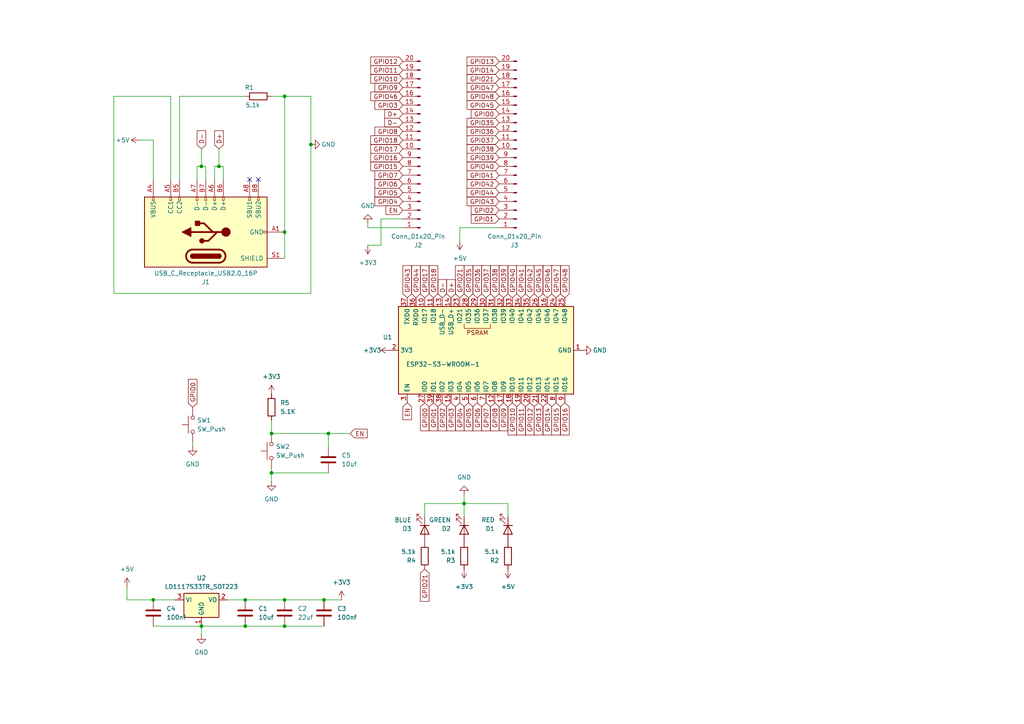
<source format=kicad_sch>
(kicad_sch (version 20250114) (generator "eeschema") (generator_version "9.0")
  (paper "A4")
  (lib_symbols
    (symbol "Connector:Conn_01x20_Pin" (pin_names (offset 1.016) (hide yes))
      (property "Reference" "J" (at 0 25.4 0))
      (property "Value" "Conn_01x20_Pin" (at 0 -27.94 0))
      (symbol "Conn_01x20_Pin_1_1"
        (rectangle (start 0.8636 22.987) (end 0 22.733) (stroke (width 0.1524)) (fill (type outline)))
        (rectangle (start 0.8636 20.447) (end 0 20.193) (stroke (width 0.1524)) (fill (type outline)))
        (rectangle (start 0.8636 17.907) (end 0 17.653) (stroke (width 0.1524)) (fill (type outline)))
        (rectangle (start 0.8636 15.367) (end 0 15.113) (stroke (width 0.1524)) (fill (type outline)))
        (rectangle (start 0.8636 12.827) (end 0 12.573) (stroke (width 0.1524)) (fill (type outline)))
        (rectangle (start 0.8636 10.287) (end 0 10.033) (stroke (width 0.1524)) (fill (type outline)))
        (rectangle (start 0.8636 7.747) (end 0 7.493) (stroke (width 0.1524)) (fill (type outline)))
        (rectangle (start 0.8636 5.207) (end 0 4.953) (stroke (width 0.1524)) (fill (type outline)))
        (rectangle (start 0.8636 2.667) (end 0 2.413) (stroke (width 0.1524)) (fill (type outline)))
        (rectangle (start 0.8636 0.127) (end 0 -0.127) (stroke (width 0.1524)) (fill (type outline)))
        (rectangle (start 0.8636 -2.413) (end 0 -2.667) (stroke (width 0.1524)) (fill (type outline)))
        (rectangle (start 0.8636 -4.953) (end 0 -5.207) (stroke (width 0.1524)) (fill (type outline)))
        (rectangle (start 0.8636 -7.493) (end 0 -7.747) (stroke (width 0.1524)) (fill (type outline)))
        (rectangle (start 0.8636 -10.033) (end 0 -10.287) (stroke (width 0.1524)) (fill (type outline)))
        (rectangle (start 0.8636 -12.573) (end 0 -12.827) (stroke (width 0.1524)) (fill (type outline)))
        (rectangle (start 0.8636 -15.113) (end 0 -15.367) (stroke (width 0.1524)) (fill (type outline)))
        (rectangle (start 0.8636 -17.653) (end 0 -17.907) (stroke (width 0.1524)) (fill (type outline)))
        (rectangle (start 0.8636 -20.193) (end 0 -20.447) (stroke (width 0.1524)) (fill (type outline)))
        (rectangle (start 0.8636 -22.733) (end 0 -22.987) (stroke (width 0.1524)) (fill (type outline)))
        (rectangle (start 0.8636 -25.273) (end 0 -25.527) (stroke (width 0.1524)) (fill (type outline)))
        (polyline (pts (xy 1.27 22.86) (xy 0.8636 22.86)) (stroke (width 0.1524)))
        (polyline (pts (xy 1.27 20.32) (xy 0.8636 20.32)) (stroke (width 0.1524)))
        (polyline (pts (xy 1.27 17.78) (xy 0.8636 17.78)) (stroke (width 0.1524)))
        (polyline (pts (xy 1.27 15.24) (xy 0.8636 15.24)) (stroke (width 0.1524)))
        (polyline (pts (xy 1.27 12.7) (xy 0.8636 12.7)) (stroke (width 0.1524)))
        (polyline (pts (xy 1.27 10.16) (xy 0.8636 10.16)) (stroke (width 0.1524)))
        (polyline (pts (xy 1.27 7.62) (xy 0.8636 7.62)) (stroke (width 0.1524)))
        (polyline (pts (xy 1.27 5.08) (xy 0.8636 5.08)) (stroke (width 0.1524)))
        (polyline (pts (xy 1.27 2.54) (xy 0.8636 2.54)) (stroke (width 0.1524)))
        (polyline (pts (xy 1.27 0) (xy 0.8636 0)) (stroke (width 0.1524)))
        (polyline (pts (xy 1.27 -2.54) (xy 0.8636 -2.54)) (stroke (width 0.1524)))
        (polyline (pts (xy 1.27 -5.08) (xy 0.8636 -5.08)) (stroke (width 0.1524)))
        (polyline (pts (xy 1.27 -7.62) (xy 0.8636 -7.62)) (stroke (width 0.1524)))
        (polyline (pts (xy 1.27 -10.16) (xy 0.8636 -10.16)) (stroke (width 0.1524)))
        (polyline (pts (xy 1.27 -12.7) (xy 0.8636 -12.7)) (stroke (width 0.1524)))
        (polyline (pts (xy 1.27 -15.24) (xy 0.8636 -15.24)) (stroke (width 0.1524)))
        (polyline (pts (xy 1.27 -17.78) (xy 0.8636 -17.78)) (stroke (width 0.1524)))
        (polyline (pts (xy 1.27 -20.32) (xy 0.8636 -20.32)) (stroke (width 0.1524)))
        (polyline (pts (xy 1.27 -22.86) (xy 0.8636 -22.86)) (stroke (width 0.1524)))
        (polyline (pts (xy 1.27 -25.4) (xy 0.8636 -25.4)) (stroke (width 0.1524)))
        (pin passive line (at 5.08 22.86 180) (length 3.81) (name "Pin_1") (number "1"))
        (pin passive line (at 5.08 20.32 180) (length 3.81) (name "Pin_2") (number "2"))
        (pin passive line (at 5.08 17.78 180) (length 3.81) (name "Pin_3") (number "3"))
        (pin passive line (at 5.08 15.24 180) (length 3.81) (name "Pin_4") (number "4"))
        (pin passive line (at 5.08 12.7 180) (length 3.81) (name "Pin_5") (number "5"))
        (pin passive line (at 5.08 10.16 180) (length 3.81) (name "Pin_6") (number "6"))
        (pin passive line (at 5.08 7.62 180) (length 3.81) (name "Pin_7") (number "7"))
        (pin passive line (at 5.08 5.08 180) (length 3.81) (name "Pin_8") (number "8"))
        (pin passive line (at 5.08 2.54 180) (length 3.81) (name "Pin_9") (number "9"))
        (pin passive line (at 5.08 0 180) (length 3.81) (name "Pin_10") (number "10"))
        (pin passive line (at 5.08 -2.54 180) (length 3.81) (name "Pin_11") (number "11"))
        (pin passive line (at 5.08 -5.08 180) (length 3.81) (name "Pin_12") (number "12"))
        (pin passive line (at 5.08 -7.62 180) (length 3.81) (name "Pin_13") (number "13"))
        (pin passive line (at 5.08 -10.16 180) (length 3.81) (name "Pin_14") (number "14"))
        (pin passive line (at 5.08 -12.7 180) (length 3.81) (name "Pin_15") (number "15"))
        (pin passive line (at 5.08 -15.24 180) (length 3.81) (name "Pin_16") (number "16"))
        (pin passive line (at 5.08 -17.78 180) (length 3.81) (name "Pin_17") (number "17"))
        (pin passive line (at 5.08 -20.32 180) (length 3.81) (name "Pin_18") (number "18"))
        (pin passive line (at 5.08 -22.86 180) (length 3.81) (name "Pin_19") (number "19"))
        (pin passive line (at 5.08 -25.4 180) (length 3.81) (name "Pin_20") (number "20"))
      )
    )
    (symbol "Connector:USB_C_Receptacle_USB2.0_16P" (pin_names (offset 1.016))
      (property "Reference" "J" (at 0 22.225 0))
      (property "Value" "USB_C_Receptacle_USB2.0_16P" (at 0 19.685 0))
      (symbol "USB_C_Receptacle_USB2.0_16P_0_0"
        (rectangle (start -0.254 -17.78) (end 0.254 -16.764))
        (rectangle (start 10.16 15.494) (end 9.144 14.986))
        (rectangle (start 10.16 10.414) (end 9.144 9.906))
        (rectangle (start 10.16 7.874) (end 9.144 7.366))
        (rectangle (start 10.16 2.794) (end 9.144 2.286))
        (rectangle (start 10.16 0.254) (end 9.144 -0.254))
        (rectangle (start 10.16 -2.286) (end 9.144 -2.794))
        (rectangle (start 10.16 -4.826) (end 9.144 -5.334))
        (rectangle (start 10.16 -12.446) (end 9.144 -12.954))
        (rectangle (start 10.16 -14.986) (end 9.144 -15.494))
      )
      (symbol "USB_C_Receptacle_USB2.0_16P_0_1"
        (rectangle (start -10.16 17.78) (end 10.16 -17.78) (stroke (width 0.254)) (fill (type background)))
        (polyline (pts (xy -8.89 -3.81) (xy -8.89 3.81)) (stroke (width 0.508)))
        (rectangle (start -7.62 -3.81) (end -6.35 3.81) (stroke (width 0.254)) (fill (type outline)))
        (arc (start -7.62 3.81) (mid -6.985 4.4423) (end -6.35 3.81) (stroke (width 0.254)))
        (arc (start -7.62 3.81) (mid -6.985 4.4423) (end -6.35 3.81) (stroke (width 0.254)) (fill (type outline)))
        (arc (start -8.89 3.81) (mid -6.985 5.7067) (end -5.08 3.81) (stroke (width 0.508)))
        (arc (start -5.08 -3.81) (mid -6.985 -5.7067) (end -8.89 -3.81) (stroke (width 0.508)))
        (arc (start -6.35 -3.81) (mid -6.985 -4.4423) (end -7.62 -3.81) (stroke (width 0.254)))
        (arc (start -6.35 -3.81) (mid -6.985 -4.4423) (end -7.62 -3.81) (stroke (width 0.254)) (fill (type outline)))
        (polyline (pts (xy -5.08 3.81) (xy -5.08 -3.81)) (stroke (width 0.508)))
        (circle (center -2.54 1.143) (radius 0.635) (stroke (width 0.254)) (fill (type outline)))
        (polyline (pts (xy -1.27 4.318) (xy 0 6.858) (xy 1.27 4.318) (xy -1.27 4.318)) (stroke (width 0.254)) (fill (type outline)))
        (polyline (pts (xy 0 -2.032) (xy 2.54 0.508) (xy 2.54 1.778)) (stroke (width 0.508)))
        (polyline (pts (xy 0 -3.302) (xy -2.54 -0.762) (xy -2.54 0.508)) (stroke (width 0.508)))
        (polyline (pts (xy 0 -5.842) (xy 0 4.318)) (stroke (width 0.508)))
        (circle (center 0 -5.842) (radius 1.27) (fill (type outline)))
        (rectangle (start 1.905 1.778) (end 3.175 3.048) (stroke (width 0.254)) (fill (type outline)))
      )
      (symbol "USB_C_Receptacle_USB2.0_16P_1_1"
        (pin passive line (at -7.62 -22.86 90) (length 5.08) (name "SHIELD") (number "S1"))
        (pin passive line (at 0 -22.86 90) (length 5.08) (name "GND") (number "A1"))
        (pin passive line (at 0 -22.86 90) (length 5.08) (hide yes) (name "GND") (number "A12"))
        (pin passive line (at 0 -22.86 90) (length 5.08) (hide yes) (name "GND") (number "B1"))
        (pin passive line (at 0 -22.86 90) (length 5.08) (hide yes) (name "GND") (number "B12"))
        (pin passive line (at 15.24 15.24 180) (length 5.08) (name "VBUS") (number "A4"))
        (pin passive line (at 15.24 15.24 180) (length 5.08) (hide yes) (name "VBUS") (number "A9"))
        (pin passive line (at 15.24 15.24 180) (length 5.08) (hide yes) (name "VBUS") (number "B4"))
        (pin passive line (at 15.24 15.24 180) (length 5.08) (hide yes) (name "VBUS") (number "B9"))
        (pin bidirectional line (at 15.24 10.16 180) (length 5.08) (name "CC1") (number "A5"))
        (pin bidirectional line (at 15.24 7.62 180) (length 5.08) (name "CC2") (number "B5"))
        (pin bidirectional line (at 15.24 2.54 180) (length 5.08) (name "D-") (number "A7"))
        (pin bidirectional line (at 15.24 0 180) (length 5.08) (name "D-") (number "B7"))
        (pin bidirectional line (at 15.24 -2.54 180) (length 5.08) (name "D+") (number "A6"))
        (pin bidirectional line (at 15.24 -5.08 180) (length 5.08) (name "D+") (number "B6"))
        (pin bidirectional line (at 15.24 -12.7 180) (length 5.08) (name "SBU1") (number "A8"))
        (pin bidirectional line (at 15.24 -15.24 180) (length 5.08) (name "SBU2") (number "B8"))
      )
    )
    (symbol "Device:C" (pin_numbers (hide yes)) (pin_names (offset 0.254))
      (property "Reference" "C" (at 0.635 2.54 0))
      (property "Value" "C" (at 0.635 -2.54 0))
      (symbol "C_0_1"
        (polyline (pts (xy -2.032 0.762) (xy 2.032 0.762)) (stroke (width 0.508)))
        (polyline (pts (xy -2.032 -0.762) (xy 2.032 -0.762)) (stroke (width 0.508)))
      )
      (symbol "C_1_1"
        (pin passive line (at 0 3.81 270) (length 2.794) (name "~") (number "1"))
        (pin passive line (at 0 -3.81 90) (length 2.794) (name "~") (number "2"))
      )
    )
    (symbol "Device:LED" (pin_numbers (hide yes)) (pin_names (offset 1.016) (hide yes))
      (property "Reference" "D" (at 0 2.54 0))
      (property "Value" "LED" (at 0 -2.54 0))
      (symbol "LED_0_1"
        (polyline (pts (xy -3.048 -0.762) (xy -4.572 -2.286) (xy -3.81 -2.286) (xy -4.572 -2.286) (xy -4.572 -1.524)))
        (polyline (pts (xy -1.778 -0.762) (xy -3.302 -2.286) (xy -2.54 -2.286) (xy -3.302 -2.286) (xy -3.302 -1.524)))
        (polyline (pts (xy -1.27 0) (xy 1.27 0)))
        (polyline (pts (xy -1.27 -1.27) (xy -1.27 1.27)) (stroke (width 0.254)))
        (polyline (pts (xy 1.27 -1.27) (xy 1.27 1.27) (xy -1.27 0) (xy 1.27 -1.27)) (stroke (width 0.254)))
      )
      (symbol "LED_1_1"
        (pin passive line (at -3.81 0 0) (length 2.54) (name "K") (number "1"))
        (pin passive line (at 3.81 0 180) (length 2.54) (name "A") (number "2"))
      )
    )
    (symbol "Device:R" (pin_numbers (hide yes)) (pin_names (offset 0))
      (property "Reference" "R" (at 2.032 0 90))
      (property "Value" "R" (at 0 0 90))
      (symbol "R_0_1"
        (rectangle (start -1.016 -2.54) (end 1.016 2.54) (stroke (width 0.254)))
      )
      (symbol "R_1_1"
        (pin passive line (at 0 3.81 270) (length 1.27) (name "~") (number "1"))
        (pin passive line (at 0 -3.81 90) (length 1.27) (name "~") (number "2"))
      )
    )
    (symbol "RF_Module:ESP32-S3-WROOM-1"
      (property "Reference" "U" (at -12.7 26.67 0))
      (property "Value" "ESP32-S3-WROOM-1" (at 12.7 26.67 0))
      (symbol "ESP32-S3-WROOM-1_0_0"
        (rectangle (start -12.7 25.4) (end 12.7 -25.4) (stroke (width 0.254)) (fill (type background)))
        (text "PSRAM" (at 5.08 2.54 900) (effects (font (size 1.27 1.27))))
      )
      (symbol "ESP32-S3-WROOM-1_0_1"
        (polyline (pts (xy 7.62 -1.27) (xy 6.35 -1.27) (xy 6.35 6.35) (xy 7.62 6.35)))
      )
      (symbol "ESP32-S3-WROOM-1_1_1"
        (pin input line (at -15.24 22.86 0) (length 2.54) (name "EN") (number "3"))
        (pin bidirectional line (at -15.24 17.78 0) (length 2.54) (name "IO0") (number "27"))
        (pin bidirectional line (at -15.24 15.24 0) (length 2.54) (name "IO1") (number "39"))
        (pin bidirectional line (at -15.24 12.7 0) (length 2.54) (name "IO2") (number "38"))
        (pin bidirectional line (at -15.24 10.16 0) (length 2.54) (name "IO3") (number "15"))
        (pin bidirectional line (at -15.24 7.62 0) (length 2.54) (name "IO4") (number "4"))
        (pin bidirectional line (at -15.24 5.08 0) (length 2.54) (name "IO5") (number "5"))
        (pin bidirectional line (at -15.24 2.54 0) (length 2.54) (name "IO6") (number "6"))
        (pin bidirectional line (at -15.24 0 0) (length 2.54) (name "IO7") (number "7"))
        (pin bidirectional line (at -15.24 -2.54 0) (length 2.54) (name "IO8") (number "12"))
        (pin bidirectional line (at -15.24 -5.08 0) (length 2.54) (name "IO9") (number "17"))
        (pin bidirectional line (at -15.24 -7.62 0) (length 2.54) (name "IO10") (number "18"))
        (pin bidirectional line (at -15.24 -10.16 0) (length 2.54) (name "IO11") (number "19"))
        (pin bidirectional line (at -15.24 -12.7 0) (length 2.54) (name "IO12") (number "20"))
        (pin bidirectional line (at -15.24 -15.24 0) (length 2.54) (name "IO13") (number "21"))
        (pin bidirectional line (at -15.24 -17.78 0) (length 2.54) (name "IO14") (number "22"))
        (pin bidirectional line (at -15.24 -20.32 0) (length 2.54) (name "IO15") (number "8"))
        (pin bidirectional line (at -15.24 -22.86 0) (length 2.54) (name "IO16") (number "9"))
        (pin power_in line (at 0 27.94 270) (length 2.54) (name "3V3") (number "2"))
        (pin power_in line (at 0 -27.94 90) (length 2.54) (name "GND") (number "1"))
        (pin passive line (at 0 -27.94 90) (length 2.54) (hide yes) (name "GND") (number "40"))
        (pin passive line (at 0 -27.94 90) (length 2.54) (hide yes) (name "GND") (number "41"))
        (pin bidirectional line (at 15.24 22.86 180) (length 2.54) (name "TXD0") (number "37"))
        (pin bidirectional line (at 15.24 20.32 180) (length 2.54) (name "RXD0") (number "36"))
        (pin bidirectional line (at 15.24 17.78 180) (length 2.54) (name "IO17") (number "10"))
        (pin bidirectional line (at 15.24 15.24 180) (length 2.54) (name "IO18") (number "11"))
        (pin bidirectional line (at 15.24 12.7 180) (length 2.54) (name "USB_D-") (number "13"))
        (pin bidirectional line (at 15.24 10.16 180) (length 2.54) (name "USB_D+") (number "14"))
        (pin bidirectional line (at 15.24 7.62 180) (length 2.54) (name "IO21") (number "23"))
        (pin bidirectional line (at 15.24 5.08 180) (length 2.54) (name "IO35") (number "28"))
        (pin bidirectional line (at 15.24 2.54 180) (length 2.54) (name "IO36") (number "29"))
        (pin bidirectional line (at 15.24 0 180) (length 2.54) (name "IO37") (number "30"))
        (pin bidirectional line (at 15.24 -2.54 180) (length 2.54) (name "IO38") (number "31"))
        (pin bidirectional line (at 15.24 -5.08 180) (length 2.54) (name "IO39") (number "32"))
        (pin bidirectional line (at 15.24 -7.62 180) (length 2.54) (name "IO40") (number "33"))
        (pin bidirectional line (at 15.24 -10.16 180) (length 2.54) (name "IO41") (number "34"))
        (pin bidirectional line (at 15.24 -12.7 180) (length 2.54) (name "IO42") (number "35"))
        (pin bidirectional line (at 15.24 -15.24 180) (length 2.54) (name "IO45") (number "26"))
        (pin bidirectional line (at 15.24 -17.78 180) (length 2.54) (name "IO46") (number "16"))
        (pin bidirectional line (at 15.24 -20.32 180) (length 2.54) (name "IO47") (number "24"))
        (pin bidirectional line (at 15.24 -22.86 180) (length 2.54) (name "IO48") (number "25"))
      )
    )
    (symbol "Regulator_Linear:LD1117S33TR_SOT223"
      (property "Reference" "U" (at -3.81 3.175 0))
      (property "Value" "LD1117S33TR_SOT223" (at 0 3.175 0))
      (symbol "LD1117S33TR_SOT223_0_1"
        (rectangle (start -5.08 -5.08) (end 5.08 1.905) (stroke (width 0.254)) (fill (type background)))
      )
      (symbol "LD1117S33TR_SOT223_1_1"
        (pin power_in line (at -7.62 0 0) (length 2.54) (name "VI") (number "3"))
        (pin power_in line (at 0 -7.62 90) (length 2.54) (name "GND") (number "1"))
        (pin power_out line (at 7.62 0 180) (length 2.54) (name "VO") (number "2"))
      )
    )
    (symbol "Switch:SW_Push" (pin_numbers (hide yes)) (pin_names (offset 1.016) (hide yes))
      (property "Reference" "SW" (at 1.27 2.54 0))
      (property "Value" "SW_Push" (at 0 -1.524 0))
      (symbol "SW_Push_0_1"
        (circle (center -2.032 0) (radius 0.508))
        (polyline (pts (xy 0 1.27) (xy 0 3.048)))
        (circle (center 2.032 0) (radius 0.508))
        (polyline (pts (xy 2.54 1.27) (xy -2.54 1.27)))
        (pin passive line (at -5.08 0 0) (length 2.54) (name "1") (number "1"))
        (pin passive line (at 5.08 0 180) (length 2.54) (name "2") (number "2"))
      )
    )
    (symbol "power:+3V3" (power) (pin_numbers (hide yes)) (pin_names (offset 0) (hide yes))
      (property "Value" "+3V3" (at 0 3.556 0))
      (symbol "+3V3_0_1"
        (polyline (pts (xy -0.762 1.27) (xy 0 2.54)))
        (polyline (pts (xy 0 2.54) (xy 0.762 1.27)))
        (polyline (pts (xy 0 0) (xy 0 2.54)))
      )
      (symbol "+3V3_1_1"
        (pin power_in line (at 0 0 90) (length 0) (name "~") (number "1"))
      )
    )
    (symbol "power:+5V" (power) (pin_numbers (hide yes)) (pin_names (offset 0) (hide yes))
      (property "Value" "+5V" (at 0 3.556 0))
      (symbol "+5V_0_1"
        (polyline (pts (xy -0.762 1.27) (xy 0 2.54)))
        (polyline (pts (xy 0 2.54) (xy 0.762 1.27)))
        (polyline (pts (xy 0 0) (xy 0 2.54)))
      )
      (symbol "+5V_1_1"
        (pin power_in line (at 0 0 90) (length 0) (name "~") (number "1"))
      )
    )
    (symbol "power:GND" (power) (pin_numbers (hide yes)) (pin_names (offset 0) (hide yes))
      (property "Value" "GND" (at 0 -3.81 0))
      (symbol "GND_0_1"
        (polyline (pts (xy 0 0) (xy 0 -1.27) (xy 1.27 -1.27) (xy 0 -2.54) (xy -1.27 -1.27) (xy 0 -1.27)))
      )
      (symbol "GND_1_1"
        (pin power_in line (at 0 0 270) (length 0) (name "~") (number "1"))
      )
    )
  )
  (junction (at 78.74 125.73))
  (junction (at 82.55 27.94))
  (junction (at 95.25 125.73))
  (junction (at 63.5 48.26))
  (junction (at 71.12 181.61))
  (junction (at 71.12 173.99))
  (junction (at 82.55 67.31))
  (junction (at 134.62 146.05))
  (junction (at 78.74 137.16))
  (junction (at 82.55 173.99))
  (junction (at 82.55 181.61))
  (junction (at 90.17 41.91))
  (junction (at 58.42 48.26))
  (junction (at 44.45 173.99))
  (junction (at 58.42 181.61))
  (junction (at 93.98 173.99))
  (no_connect (at 74.93 52.07))
  (no_connect (at 72.39 52.07))
  (wire (pts (xy 58.42 48.26) (xy 58.42 43.18)))
  (wire (pts (xy 90.17 85.09) (xy 90.17 41.91)))
  (wire (pts (xy 55.88 129.54) (xy 55.88 128.27)))
  (wire (pts (xy 95.25 125.73) (xy 95.25 129.54)))
  (wire (pts (xy 82.55 27.94) (xy 90.17 27.94)))
  (wire (pts (xy 78.74 135.89) (xy 78.74 137.16)))
  (wire (pts (xy 33.02 85.09) (xy 90.17 85.09)))
  (wire (pts (xy 82.55 27.94) (xy 78.74 27.94)))
  (wire (pts (xy 49.53 52.07) (xy 49.53 27.94)))
  (wire (pts (xy 134.62 146.05) (xy 134.62 143.51)))
  (wire (pts (xy 58.42 48.26) (xy 59.69 48.26)))
  (wire (pts (xy 63.5 43.18) (xy 63.5 48.26)))
  (wire (pts (xy 93.98 173.99) (xy 99.06 173.99)))
  (wire (pts (xy 95.25 125.73) (xy 101.6 125.73)))
  (wire (pts (xy 58.42 181.61) (xy 58.42 184.15)))
  (wire (pts (xy 58.42 181.61) (xy 71.12 181.61)))
  (wire (pts (xy 110.49 63.5) (xy 116.84 63.5)))
  (wire (pts (xy 78.74 125.73) (xy 95.25 125.73)))
  (wire (pts (xy 82.55 67.31) (xy 82.55 27.94)))
  (wire (pts (xy 71.12 181.61) (xy 82.55 181.61)))
  (wire (pts (xy 44.45 181.61) (xy 58.42 181.61)))
  (wire (pts (xy 82.55 74.93) (xy 82.55 67.31)))
  (wire (pts (xy 110.49 71.12) (xy 110.49 63.5)))
  (wire (pts (xy 50.8 173.99) (xy 44.45 173.99)))
  (wire (pts (xy 82.55 181.61) (xy 93.98 181.61)))
  (wire (pts (xy 52.07 52.07) (xy 52.07 27.94)))
  (wire (pts (xy 78.74 137.16) (xy 95.25 137.16)))
  (wire (pts (xy 134.62 149.86) (xy 134.62 146.05)))
  (wire (pts (xy 62.23 48.26) (xy 63.5 48.26)))
  (wire (pts (xy 44.45 173.99) (xy 36.83 173.99)))
  (wire (pts (xy 82.55 173.99) (xy 93.98 173.99)))
  (wire (pts (xy 123.19 146.05) (xy 123.19 149.86)))
  (wire (pts (xy 57.15 48.26) (xy 58.42 48.26)))
  (wire (pts (xy 40.64 40.64) (xy 44.45 40.64)))
  (wire (pts (xy 147.32 146.05) (xy 134.62 146.05)))
  (wire (pts (xy 78.74 137.16) (xy 78.74 139.7)))
  (wire (pts (xy 36.83 170.18) (xy 36.83 173.99)))
  (wire (pts (xy 44.45 52.07) (xy 44.45 40.64)))
  (wire (pts (xy 63.5 48.26) (xy 64.77 48.26)))
  (wire (pts (xy 57.15 52.07) (xy 57.15 48.26)))
  (wire (pts (xy 116.84 66.04) (xy 106.68 66.04)))
  (wire (pts (xy 144.78 66.04) (xy 133.35 66.04)))
  (wire (pts (xy 64.77 48.26) (xy 64.77 52.07)))
  (wire (pts (xy 71.12 173.99) (xy 82.55 173.99)))
  (wire (pts (xy 59.69 52.07) (xy 59.69 48.26)))
  (wire (pts (xy 49.53 27.94) (xy 33.02 27.94)))
  (wire (pts (xy 78.74 121.92) (xy 78.74 125.73)))
  (wire (pts (xy 90.17 27.94) (xy 90.17 41.91)))
  (wire (pts (xy 134.62 146.05) (xy 123.19 146.05)))
  (wire (pts (xy 66.04 173.99) (xy 71.12 173.99)))
  (wire (pts (xy 106.68 71.12) (xy 110.49 71.12)))
  (wire (pts (xy 133.35 66.04) (xy 133.35 69.85)))
  (wire (pts (xy 147.32 149.86) (xy 147.32 146.05)))
  (wire (pts (xy 62.23 52.07) (xy 62.23 48.26)))
  (wire (pts (xy 106.68 66.04) (xy 106.68 64.77)))
  (wire (pts (xy 33.02 27.94) (xy 33.02 85.09)))
  (wire (pts (xy 52.07 27.94) (xy 71.12 27.94)))
  (global_label "D-" (shape input) (at 58.42 43.18 90) (property "Intersheetrefs" "${INTERSHEET_REFS}" (effects (hide yes))))
  (global_label "GPIO13" (shape input) (at 144.78 17.78 180) (property "Intersheetrefs" "${INTERSHEET_REFS}" (effects (hide yes))))
  (global_label "GPIO16" (shape input) (at 116.84 45.72 180) (property "Intersheetrefs" "${INTERSHEET_REFS}" (effects (hide yes))))
  (global_label "GPIO44" (shape input) (at 120.65 86.36 90) (property "Intersheetrefs" "${INTERSHEET_REFS}" (effects (hide yes))))
  (global_label "GPIO44" (shape input) (at 144.78 55.88 180) (property "Intersheetrefs" "${INTERSHEET_REFS}" (effects (hide yes))))
  (global_label "GPIO3" (shape input) (at 116.84 30.48 180) (property "Intersheetrefs" "${INTERSHEET_REFS}" (effects (hide yes))))
  (global_label "GPIO35" (shape input) (at 135.89 86.36 90) (property "Intersheetrefs" "${INTERSHEET_REFS}" (effects (hide yes))))
  (global_label "GPIO43" (shape input) (at 144.78 58.42 180) (property "Intersheetrefs" "${INTERSHEET_REFS}" (effects (hide yes))))
  (global_label "GPIO41" (shape input) (at 151.13 86.36 90) (property "Intersheetrefs" "${INTERSHEET_REFS}" (effects (hide yes))))
  (global_label "GPIO2" (shape input) (at 128.27 116.84 270) (property "Intersheetrefs" "${INTERSHEET_REFS}" (effects (hide yes))))
  (global_label "GPIO6" (shape input) (at 116.84 53.34 180) (property "Intersheetrefs" "${INTERSHEET_REFS}" (effects (hide yes))))
  (global_label "GPIO14" (shape input) (at 144.78 20.32 180) (property "Intersheetrefs" "${INTERSHEET_REFS}" (effects (hide yes))))
  (global_label "GPIO11" (shape input) (at 151.13 116.84 270) (property "Intersheetrefs" "${INTERSHEET_REFS}" (effects (hide yes))))
  (global_label "GPIO35" (shape input) (at 144.78 35.56 180) (property "Intersheetrefs" "${INTERSHEET_REFS}" (effects (hide yes))))
  (global_label "GPIO38" (shape input) (at 144.78 43.18 180) (property "Intersheetrefs" "${INTERSHEET_REFS}" (effects (hide yes))))
  (global_label "GPIO41" (shape input) (at 144.78 50.8 180) (property "Intersheetrefs" "${INTERSHEET_REFS}" (effects (hide yes))))
  (global_label "GPIO39" (shape input) (at 144.78 45.72 180) (property "Intersheetrefs" "${INTERSHEET_REFS}" (effects (hide yes))))
  (global_label "GPIO12" (shape input) (at 153.67 116.84 270) (property "Intersheetrefs" "${INTERSHEET_REFS}" (effects (hide yes))))
  (global_label "GPIO12" (shape input) (at 116.84 17.78 180) (property "Intersheetrefs" "${INTERSHEET_REFS}" (effects (hide yes))))
  (global_label "GPIO8" (shape input) (at 116.84 38.1 180) (property "Intersheetrefs" "${INTERSHEET_REFS}" (effects (hide yes))))
  (global_label "GPIO5" (shape input) (at 135.89 116.84 270) (property "Intersheetrefs" "${INTERSHEET_REFS}" (effects (hide yes))))
  (global_label "GPIO46" (shape input) (at 116.84 27.94 180) (property "Intersheetrefs" "${INTERSHEET_REFS}" (effects (hide yes))))
  (global_label "GPIO36" (shape input) (at 144.78 38.1 180) (property "Intersheetrefs" "${INTERSHEET_REFS}" (effects (hide yes))))
  (global_label "GPIO13" (shape input) (at 156.21 116.84 270) (property "Intersheetrefs" "${INTERSHEET_REFS}" (effects (hide yes))))
  (global_label "GPIO42" (shape input) (at 153.67 86.36 90) (property "Intersheetrefs" "${INTERSHEET_REFS}" (effects (hide yes))))
  (global_label "GPIO1" (shape input) (at 144.78 63.5 180) (property "Intersheetrefs" "${INTERSHEET_REFS}" (effects (hide yes))))
  (global_label "GPIO21" (shape input) (at 133.35 86.36 90) (property "Intersheetrefs" "${INTERSHEET_REFS}" (effects (hide yes))))
  (global_label "GPIO0" (shape input) (at 55.88 118.11 90) (property "Intersheetrefs" "${INTERSHEET_REFS}" (effects (hide yes))))
  (global_label "GPIO15" (shape input) (at 161.29 116.84 270) (property "Intersheetrefs" "${INTERSHEET_REFS}" (effects (hide yes))))
  (global_label "GPIO21" (shape input) (at 144.78 22.86 180) (property "Intersheetrefs" "${INTERSHEET_REFS}" (effects (hide yes))))
  (global_label "GPIO48" (shape input) (at 163.83 86.36 90) (property "Intersheetrefs" "${INTERSHEET_REFS}" (effects (hide yes))))
  (global_label "GPIO9" (shape input) (at 146.05 116.84 270) (property "Intersheetrefs" "${INTERSHEET_REFS}" (effects (hide yes))))
  (global_label "EN" (shape input) (at 101.6 125.73 0) (property "Intersheetrefs" "${INTERSHEET_REFS}" (effects (hide yes))))
  (global_label "GPIO5" (shape input) (at 116.84 55.88 180) (property "Intersheetrefs" "${INTERSHEET_REFS}" (effects (hide yes))))
  (global_label "GPIO3" (shape input) (at 130.81 116.84 270) (property "Intersheetrefs" "${INTERSHEET_REFS}" (effects (hide yes))))
  (global_label "D+" (shape input) (at 130.81 86.36 90) (property "Intersheetrefs" "${INTERSHEET_REFS}" (effects (hide yes))))
  (global_label "GPIO21" (shape input) (at 123.19 165.1 270) (property "Intersheetrefs" "${INTERSHEET_REFS}" (effects (hide yes))))
  (global_label "GPIO39" (shape input) (at 146.05 86.36 90) (property "Intersheetrefs" "${INTERSHEET_REFS}" (effects (hide yes))))
  (global_label "D+" (shape input) (at 116.84 33.02 180) (property "Intersheetrefs" "${INTERSHEET_REFS}" (effects (hide yes))))
  (global_label "GPIO8" (shape input) (at 143.51 116.84 270) (property "Intersheetrefs" "${INTERSHEET_REFS}" (effects (hide yes))))
  (global_label "GPIO4" (shape input) (at 133.35 116.84 270) (property "Intersheetrefs" "${INTERSHEET_REFS}" (effects (hide yes))))
  (global_label "GPIO45" (shape input) (at 156.21 86.36 90) (property "Intersheetrefs" "${INTERSHEET_REFS}" (effects (hide yes))))
  (global_label "GPIO18" (shape input) (at 116.84 40.64 180) (property "Intersheetrefs" "${INTERSHEET_REFS}" (effects (hide yes))))
  (global_label "GPIO7" (shape input) (at 140.97 116.84 270) (property "Intersheetrefs" "${INTERSHEET_REFS}" (effects (hide yes))))
  (global_label "GPIO18" (shape input) (at 125.73 86.36 90) (property "Intersheetrefs" "${INTERSHEET_REFS}" (effects (hide yes))))
  (global_label "GPIO14" (shape input) (at 158.75 116.84 270) (property "Intersheetrefs" "${INTERSHEET_REFS}" (effects (hide yes))))
  (global_label "GPIO6" (shape input) (at 138.43 116.84 270) (property "Intersheetrefs" "${INTERSHEET_REFS}" (effects (hide yes))))
  (global_label "GPIO10" (shape input) (at 148.59 116.84 270) (property "Intersheetrefs" "${INTERSHEET_REFS}" (effects (hide yes))))
  (global_label "GPIO16" (shape input) (at 163.83 116.84 270) (property "Intersheetrefs" "${INTERSHEET_REFS}" (effects (hide yes))))
  (global_label "GPIO46" (shape input) (at 158.75 86.36 90) (property "Intersheetrefs" "${INTERSHEET_REFS}" (effects (hide yes))))
  (global_label "GPIO38" (shape input) (at 143.51 86.36 90) (property "Intersheetrefs" "${INTERSHEET_REFS}" (effects (hide yes))))
  (global_label "GPIO37" (shape input) (at 144.78 40.64 180) (property "Intersheetrefs" "${INTERSHEET_REFS}" (effects (hide yes))))
  (global_label "GPIO42" (shape input) (at 144.78 53.34 180) (property "Intersheetrefs" "${INTERSHEET_REFS}" (effects (hide yes))))
  (global_label "D-" (shape input) (at 128.27 86.36 90) (property "Intersheetrefs" "${INTERSHEET_REFS}" (effects (hide yes))))
  (global_label "GPIO36" (shape input) (at 138.43 86.36 90) (property "Intersheetrefs" "${INTERSHEET_REFS}" (effects (hide yes))))
  (global_label "GPIO48" (shape input) (at 144.78 27.94 180) (property "Intersheetrefs" "${INTERSHEET_REFS}" (effects (hide yes))))
  (global_label "D+" (shape input) (at 63.5 43.18 90) (property "Intersheetrefs" "${INTERSHEET_REFS}" (effects (hide yes))))
  (global_label "D-" (shape input) (at 116.84 35.56 180) (property "Intersheetrefs" "${INTERSHEET_REFS}" (effects (hide yes))))
  (global_label "GPIO4" (shape input) (at 116.84 58.42 180) (property "Intersheetrefs" "${INTERSHEET_REFS}" (effects (hide yes))))
  (global_label "GPIO9" (shape input) (at 116.84 25.4 180) (property "Intersheetrefs" "${INTERSHEET_REFS}" (effects (hide yes))))
  (global_label "GPIO0" (shape input) (at 123.19 116.84 270) (property "Intersheetrefs" "${INTERSHEET_REFS}" (effects (hide yes))))
  (global_label "GPIO7" (shape input) (at 116.84 50.8 180) (property "Intersheetrefs" "${INTERSHEET_REFS}" (effects (hide yes))))
  (global_label "EN" (shape input) (at 118.11 116.84 270) (property "Intersheetrefs" "${INTERSHEET_REFS}" (effects (hide yes))))
  (global_label "GPIO47" (shape input) (at 144.78 25.4 180) (property "Intersheetrefs" "${INTERSHEET_REFS}" (effects (hide yes))))
  (global_label "GPIO37" (shape input) (at 140.97 86.36 90) (property "Intersheetrefs" "${INTERSHEET_REFS}" (effects (hide yes))))
  (global_label "GPIO17" (shape input) (at 123.19 86.36 90) (property "Intersheetrefs" "${INTERSHEET_REFS}" (effects (hide yes))))
  (global_label "GPIO1" (shape input) (at 125.73 116.84 270) (property "Intersheetrefs" "${INTERSHEET_REFS}" (effects (hide yes))))
  (global_label "GPIO10" (shape input) (at 116.84 22.86 180) (property "Intersheetrefs" "${INTERSHEET_REFS}" (effects (hide yes))))
  (global_label "GPIO43" (shape input) (at 118.11 86.36 90) (property "Intersheetrefs" "${INTERSHEET_REFS}" (effects (hide yes))))
  (global_label "GPIO2" (shape input) (at 144.78 60.96 180) (property "Intersheetrefs" "${INTERSHEET_REFS}" (effects (hide yes))))
  (global_label "GPIO40" (shape input) (at 148.59 86.36 90) (property "Intersheetrefs" "${INTERSHEET_REFS}" (effects (hide yes))))
  (global_label "GPIO45" (shape input) (at 144.78 30.48 180) (property "Intersheetrefs" "${INTERSHEET_REFS}" (effects (hide yes))))
  (global_label "GPIO40" (shape input) (at 144.78 48.26 180) (property "Intersheetrefs" "${INTERSHEET_REFS}" (effects (hide yes))))
  (global_label "EN" (shape input) (at 116.84 60.96 180) (property "Intersheetrefs" "${INTERSHEET_REFS}" (effects (hide yes))))
  (global_label "GPIO17" (shape input) (at 116.84 43.18 180) (property "Intersheetrefs" "${INTERSHEET_REFS}" (effects (hide yes))))
  (global_label "GPIO0" (shape input) (at 144.78 33.02 180) (property "Intersheetrefs" "${INTERSHEET_REFS}" (effects (hide yes))))
  (global_label "GPIO11" (shape input) (at 116.84 20.32 180) (property "Intersheetrefs" "${INTERSHEET_REFS}" (effects (hide yes))))
  (global_label "GPIO15" (shape input) (at 116.84 48.26 180) (property "Intersheetrefs" "${INTERSHEET_REFS}" (effects (hide yes))))
  (global_label "GPIO47" (shape input) (at 161.29 86.36 90) (property "Intersheetrefs" "${INTERSHEET_REFS}" (effects (hide yes))))
  (symbol (lib_id "Connector:USB_C_Receptacle_USB2.0_16P") (at 59.69 67.31 90) (unit 1)
    (property "Reference" "J1" (at 59.69 81.788 90))
    (property "Value" "USB_C_Receptacle_USB2.0_16P" (at 59.69 79.248 90))
    (property "Footprint" "Connector_USB:USB_C_Receptacle_HCTL_HC-TYPE-C-16P-01A" (effects (hide yes)))
    (property "Datasheet" "https://www.usb.org/sites/default/files/documents/usb_type-c.zip" (effects (hide yes)))
    (property "Description" "USB 2.0-only 16P Type-C Receptacle connector" (effects (hide yes)))
  )
  (symbol (lib_id "Device:LED") (at 134.62 153.67 270) (unit 1)
    (property "Reference" "D2" (at 130.81 153.3526 90) (effects (justify right)))
    (property "Value" "GREEN" (at 130.81 150.8126 90) (effects (justify right)))
    (property "Footprint" "LED_SMD:LED_0805_2012Metric_Pad1.15x1.40mm_HandSolder" (effects (hide yes)))
    (property "Description" "Light emitting diode" (effects (hide yes)))
    (property "Sim.Pins" "1=K 2=A" (effects (hide yes)))
  )
  (symbol (lib_id "power:+5V") (at 36.83 170.18 0) (unit 1)
    (property "Reference" "#PWR05" (effects (hide yes)))
    (property "Value" "+5V" (at 36.83 165.1 0))
    (property "Description" "Power symbol creates a global label with name \"+5V\"" (effects (hide yes)))
  )
  (symbol (lib_id "power:+5V") (at 147.32 165.1 180) (unit 1)
    (property "Reference" "#PWR09" (effects (hide yes)))
    (property "Value" "+5V" (at 147.32 170.18 0))
    (property "Description" "Power symbol creates a global label with name \"+5V\"" (effects (hide yes)))
  )
  (symbol (lib_id "Device:LED") (at 147.32 153.67 270) (unit 1)
    (property "Reference" "D1" (at 143.51 153.3526 90) (effects (justify right)))
    (property "Value" "RED" (at 143.51 150.8126 90) (effects (justify right)))
    (property "Footprint" "LED_SMD:LED_0805_2012Metric_Pad1.15x1.40mm_HandSolder" (effects (hide yes)))
    (property "Description" "Light emitting diode" (effects (hide yes)))
    (property "Sim.Pins" "1=K 2=A" (effects (hide yes)))
  )
  (symbol (lib_id "power:+3V3") (at 106.68 71.12 180) (unit 1)
    (property "Reference" "#PWR015" (effects (hide yes)))
    (property "Value" "+3V3" (at 106.68 76.2 0))
    (property "Description" "Power symbol creates a global label with name \"+3V3\"" (effects (hide yes)))
  )
  (symbol (lib_id "power:+5V") (at 40.64 40.64 90) (unit 1)
    (property "Reference" "#PWR06" (effects (hide yes)))
    (property "Value" "+5V" (at 35.56 40.64 90))
    (property "Description" "Power symbol creates a global label with name \"+5V\"" (effects (hide yes)))
  )
  (symbol (lib_id "power:+3V3") (at 134.62 165.1 180) (unit 1)
    (property "Reference" "#PWR010" (effects (hide yes)))
    (property "Value" "+3V3" (at 134.62 170.18 0))
    (property "Description" "Power symbol creates a global label with name \"+3V3\"" (effects (hide yes)))
  )
  (symbol (lib_id "Device:R") (at 78.74 118.11 0) (unit 1)
    (property "Reference" "R5" (at 81.28 116.8399 0) (effects (justify left)))
    (property "Value" "5.1K" (at 81.28 119.3799 0) (effects (justify left)))
    (property "Footprint" "Resistor_SMD:R_0603_1608Metric_Pad0.98x0.95mm_HandSolder" (effects (hide yes)))
    (property "Description" "Resistor" (effects (hide yes)))
  )
  (symbol (lib_id "power:GND") (at 58.42 184.15 0) (unit 1)
    (property "Reference" "#PWR04" (effects (hide yes)))
    (property "Value" "GND" (at 58.42 189.23 0))
    (property "Description" "Power symbol creates a global label with name \"GND\" , ground" (effects (hide yes)))
  )
  (symbol (lib_id "Device:C") (at 82.55 177.8 0) (unit 1)
    (property "Reference" "C2" (at 86.36 176.5299 0) (effects (justify left)))
    (property "Value" "22uf" (at 86.36 179.0699 0) (effects (justify left)))
    (property "Footprint" "Capacitor_SMD:C_1206_3216Metric_Pad1.33x1.80mm_HandSolder" (effects (hide yes)))
    (property "Description" "Unpolarized capacitor" (effects (hide yes)))
  )
  (symbol (lib_id "power:GND") (at 134.62 143.51 180) (unit 1)
    (property "Reference" "#PWR08" (effects (hide yes)))
    (property "Value" "GND" (at 134.62 138.43 0))
    (property "Description" "Power symbol creates a global label with name \"GND\" , ground" (effects (hide yes)))
  )
  (symbol (lib_id "Device:R") (at 123.19 161.29 180) (unit 1)
    (property "Reference" "R4" (at 120.65 162.5601 0) (effects (justify left)))
    (property "Value" "5.1k" (at 120.65 160.0201 0) (effects (justify left)))
    (property "Footprint" "Resistor_SMD:R_0603_1608Metric_Pad0.98x0.95mm_HandSolder" (effects (hide yes)))
    (property "Description" "Resistor" (effects (hide yes)))
  )
  (symbol (lib_id "Device:C") (at 95.25 133.35 0) (unit 1)
    (property "Reference" "C5" (at 99.06 132.0799 0) (effects (justify left)))
    (property "Value" "10uf" (at 99.06 134.6199 0) (effects (justify left)))
    (property "Footprint" "Capacitor_SMD:C_1206_3216Metric_Pad1.33x1.80mm_HandSolder" (effects (hide yes)))
    (property "Description" "Unpolarized capacitor" (effects (hide yes)))
  )
  (symbol (lib_id "power:+5V") (at 133.35 69.85 180) (unit 1)
    (property "Reference" "#PWR016" (effects (hide yes)))
    (property "Value" "+5V" (at 133.35 74.93 0))
    (property "Description" "Power symbol creates a global label with name \"+5V\"" (effects (hide yes)))
  )
  (symbol (lib_id "RF_Module:ESP32-S3-WROOM-1") (at 140.97 101.6 90) (unit 1)
    (property "Reference" "U1" (at 113.792 97.79 90) (effects (justify left)))
    (property "Value" "ESP32-S3-WROOM-1" (at 139.192 105.664 90) (effects (justify left)))
    (property "Footprint" "RF_Module:ESP32-S3-WROOM-1" (effects (hide yes)))
    (property "Datasheet" "https://www.espressif.com/sites/default/files/documentation/esp32-s3-wroom-1_wroom-1u_datasheet_en.pdf" (effects (hide yes)))
    (property "Description" "RF Module, ESP32-S3 SoC, Wi-Fi 802.11b/g/n, Bluetooth, BLE, 32-bit, 3.3V, onboard antenna, SMD" (effects (hide yes)))
  )
  (symbol (lib_id "Connector:Conn_01x20_Pin") (at 149.86 43.18 180) (unit 1)
    (property "Reference" "J3" (at 149.225 71.12 0))
    (property "Value" "Conn_01x20_Pin" (at 149.225 68.58 0))
    (property "Footprint" "Connector_PinHeader_2.00mm:PinHeader_1x20_P2.00mm_Vertical" (effects (hide yes)))
    (property "Description" "Generic connector, single row, 01x20, script generated" (effects (hide yes)))
  )
  (symbol (lib_id "Device:LED") (at 123.19 153.67 270) (unit 1)
    (property "Reference" "D3" (at 119.38 153.3526 90) (effects (justify right)))
    (property "Value" "BLUE" (at 119.38 150.8126 90) (effects (justify right)))
    (property "Footprint" "LED_SMD:LED_0805_2012Metric_Pad1.15x1.40mm_HandSolder" (effects (hide yes)))
    (property "Description" "Light emitting diode" (effects (hide yes)))
    (property "Sim.Pins" "1=K 2=A" (effects (hide yes)))
  )
  (symbol (lib_id "power:GND") (at 90.17 41.91 90) (unit 1)
    (property "Reference" "#PWR07" (effects (hide yes)))
    (property "Value" "GND" (at 95.25 41.91 90))
    (property "Description" "Power symbol creates a global label with name \"GND\" , ground" (effects (hide yes)))
  )
  (symbol (lib_id "power:+3V3") (at 113.03 101.6 90) (unit 1)
    (property "Reference" "#PWR01" (effects (hide yes)))
    (property "Value" "+3V3" (at 107.95 101.6 90))
    (property "Description" "Power symbol creates a global label with name \"+3V3\"" (effects (hide yes)))
  )
  (symbol (lib_id "Regulator_Linear:LD1117S33TR_SOT223") (at 58.42 173.99 0) (unit 1)
    (property "Reference" "U2" (at 58.42 167.64 0))
    (property "Value" "LD1117S33TR_SOT223" (at 58.42 170.18 0))
    (property "Footprint" "Package_TO_SOT_SMD:SOT-223-3_TabPin2" (effects (hide yes)))
    (property "Datasheet" "http://www.st.com/st-web-ui/static/active/en/resource/technical/document/datasheet/CD00000544.pdf" (effects (hide yes)))
    (property "Description" "800mA Fixed Low Drop Positive Voltage Regulator, Fixed Output 3.3V, SOT-223" (effects (hide yes)))
  )
  (symbol (lib_id "Device:C") (at 93.98 177.8 0) (unit 1)
    (property "Reference" "C3" (at 97.79 176.5299 0) (effects (justify left)))
    (property "Value" "100nf" (at 97.79 179.0699 0) (effects (justify left)))
    (property "Footprint" "Capacitor_SMD:C_0603_1608Metric_Pad1.08x0.95mm_HandSolder" (effects (hide yes)))
    (property "Description" "Unpolarized capacitor" (effects (hide yes)))
  )
  (symbol (lib_id "power:GND") (at 78.74 139.7 0) (unit 1)
    (property "Reference" "#PWR013" (effects (hide yes)))
    (property "Value" "GND" (at 78.74 144.78 0))
    (property "Description" "Power symbol creates a global label with name \"GND\" , ground" (effects (hide yes)))
  )
  (symbol (lib_id "power:+3V3") (at 78.74 114.3 0) (unit 1)
    (property "Reference" "#PWR012" (effects (hide yes)))
    (property "Value" "+3V3" (at 78.74 109.22 0))
    (property "Description" "Power symbol creates a global label with name \"+3V3\"" (effects (hide yes)))
  )
  (symbol (lib_id "power:GND") (at 168.91 101.6 90) (unit 1)
    (property "Reference" "#PWR02" (effects (hide yes)))
    (property "Value" "GND" (at 173.99 101.6 90))
    (property "Description" "Power symbol creates a global label with name \"GND\" , ground" (effects (hide yes)))
  )
  (symbol (lib_id "power:GND") (at 55.88 129.54 0) (unit 1)
    (property "Reference" "#PWR011" (effects (hide yes)))
    (property "Value" "GND" (at 55.88 134.62 0))
    (property "Description" "Power symbol creates a global label with name \"GND\" , ground" (effects (hide yes)))
  )
  (symbol (lib_id "Connector:Conn_01x20_Pin") (at 121.92 43.18 180) (unit 1)
    (property "Reference" "J2" (at 121.285 71.12 0))
    (property "Value" "Conn_01x20_Pin" (at 121.285 68.58 0))
    (property "Footprint" "Connector_PinHeader_2.00mm:PinHeader_1x20_P2.00mm_Vertical" (effects (hide yes)))
    (property "Description" "Generic connector, single row, 01x20, script generated" (effects (hide yes)))
  )
  (symbol (lib_id "Switch:SW_Push") (at 78.74 130.81 90) (unit 1)
    (property "Reference" "SW2" (at 80.01 129.5399 90) (effects (justify right)))
    (property "Value" "SW_Push" (at 80.01 132.0799 90) (effects (justify right)))
    (property "Footprint" "Button_Switch_SMD:SW_SPST_B3S-1000" (effects (hide yes)))
    (property "Description" "Push button switch, generic, two pins" (effects (hide yes)))
  )
  (symbol (lib_id "power:GND") (at 106.68 64.77 180) (unit 1)
    (property "Reference" "#PWR014" (effects (hide yes)))
    (property "Value" "GND" (at 106.68 59.69 0))
    (property "Description" "Power symbol creates a global label with name \"GND\" , ground" (effects (hide yes)))
  )
  (symbol (lib_id "Device:C") (at 71.12 177.8 0) (unit 1)
    (property "Reference" "C1" (at 74.93 176.5299 0) (effects (justify left)))
    (property "Value" "10uf" (at 74.93 179.0699 0) (effects (justify left)))
    (property "Footprint" "Capacitor_SMD:C_1206_3216Metric_Pad1.33x1.80mm_HandSolder" (effects (hide yes)))
    (property "Description" "Unpolarized capacitor" (effects (hide yes)))
  )
  (symbol (lib_id "Switch:SW_Push") (at 55.88 123.19 90) (unit 1)
    (property "Reference" "SW1" (at 57.15 121.9199 90) (effects (justify right)))
    (property "Value" "SW_Push" (at 57.15 124.4599 90) (effects (justify right)))
    (property "Footprint" "Button_Switch_SMD:SW_SPST_B3S-1000" (effects (hide yes)))
    (property "Description" "Push button switch, generic, two pins" (effects (hide yes)))
  )
  (symbol (lib_id "Device:C") (at 44.45 177.8 0) (unit 1)
    (property "Reference" "C4" (at 48.26 176.5299 0) (effects (justify left)))
    (property "Value" "100nf" (at 48.26 179.0699 0) (effects (justify left)))
    (property "Footprint" "Capacitor_SMD:C_0603_1608Metric_Pad1.08x0.95mm_HandSolder" (effects (hide yes)))
    (property "Description" "Unpolarized capacitor" (effects (hide yes)))
  )
  (symbol (lib_id "Device:R") (at 147.32 161.29 180) (unit 1)
    (property "Reference" "R2" (at 144.78 162.5601 0) (effects (justify left)))
    (property "Value" "5.1k" (at 144.78 160.0201 0) (effects (justify left)))
    (property "Footprint" "Resistor_SMD:R_0603_1608Metric_Pad0.98x0.95mm_HandSolder" (effects (hide yes)))
    (property "Description" "Resistor" (effects (hide yes)))
  )
  (symbol (lib_id "Device:R") (at 134.62 161.29 180) (unit 1)
    (property "Reference" "R3" (at 132.08 162.5601 0) (effects (justify left)))
    (property "Value" "5.1k" (at 132.08 160.0201 0) (effects (justify left)))
    (property "Footprint" "Resistor_SMD:R_0603_1608Metric_Pad0.98x0.95mm_HandSolder" (effects (hide yes)))
    (property "Description" "Resistor" (effects (hide yes)))
  )
  (symbol (lib_id "power:+3V3") (at 99.06 173.99 0) (unit 1)
    (property "Reference" "#PWR03" (effects (hide yes)))
    (property "Value" "+3V3" (at 99.06 168.91 0))
    (property "Description" "Power symbol creates a global label with name \"+3V3\"" (effects (hide yes)))
  )
  (symbol (lib_id "Device:R") (at 74.93 27.94 90) (unit 1)
    (property "Reference" "R1" (at 73.6599 25.4 90) (effects (justify left)))
    (property "Value" "5.1k" (at 75.438 30.48 90) (effects (justify left)))
    (property "Footprint" "Resistor_SMD:R_0603_1608Metric_Pad0.98x0.95mm_HandSolder" (effects (hide yes)))
    (property "Description" "Resistor" (effects (hide yes)))
  )
)
</source>
